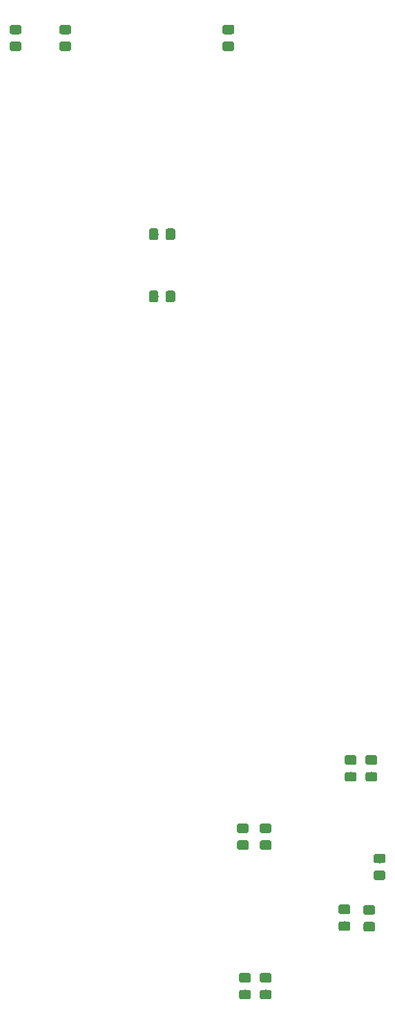
<source format=gbr>
G04 #@! TF.GenerationSoftware,KiCad,Pcbnew,(5.0.0)*
G04 #@! TF.CreationDate,2018-10-20T19:08:45+01:00*
G04 #@! TF.ProjectId,AD9833FunctionGenerator,41443938333346756E6374696F6E4765,rev?*
G04 #@! TF.SameCoordinates,Original*
G04 #@! TF.FileFunction,Paste,Bot*
G04 #@! TF.FilePolarity,Positive*
%FSLAX46Y46*%
G04 Gerber Fmt 4.6, Leading zero omitted, Abs format (unit mm)*
G04 Created by KiCad (PCBNEW (5.0.0)) date 10/20/18 19:08:45*
%MOMM*%
%LPD*%
G01*
G04 APERTURE LIST*
%ADD10C,0.100000*%
%ADD11C,1.150000*%
G04 APERTURE END LIST*
D10*
G04 #@! TO.C,R_RANGE1*
G36*
X84802505Y-96281902D02*
X84826773Y-96285502D01*
X84850572Y-96291463D01*
X84873671Y-96299728D01*
X84895850Y-96310218D01*
X84916893Y-96322830D01*
X84936599Y-96337445D01*
X84954777Y-96353921D01*
X84971253Y-96372099D01*
X84985868Y-96391805D01*
X84998480Y-96412848D01*
X85008970Y-96435027D01*
X85017235Y-96458126D01*
X85023196Y-96481925D01*
X85026796Y-96506193D01*
X85028000Y-96530697D01*
X85028000Y-97180699D01*
X85026796Y-97205203D01*
X85023196Y-97229471D01*
X85017235Y-97253270D01*
X85008970Y-97276369D01*
X84998480Y-97298548D01*
X84985868Y-97319591D01*
X84971253Y-97339297D01*
X84954777Y-97357475D01*
X84936599Y-97373951D01*
X84916893Y-97388566D01*
X84895850Y-97401178D01*
X84873671Y-97411668D01*
X84850572Y-97419933D01*
X84826773Y-97425894D01*
X84802505Y-97429494D01*
X84778001Y-97430698D01*
X83877999Y-97430698D01*
X83853495Y-97429494D01*
X83829227Y-97425894D01*
X83805428Y-97419933D01*
X83782329Y-97411668D01*
X83760150Y-97401178D01*
X83739107Y-97388566D01*
X83719401Y-97373951D01*
X83701223Y-97357475D01*
X83684747Y-97339297D01*
X83670132Y-97319591D01*
X83657520Y-97298548D01*
X83647030Y-97276369D01*
X83638765Y-97253270D01*
X83632804Y-97229471D01*
X83629204Y-97205203D01*
X83628000Y-97180699D01*
X83628000Y-96530697D01*
X83629204Y-96506193D01*
X83632804Y-96481925D01*
X83638765Y-96458126D01*
X83647030Y-96435027D01*
X83657520Y-96412848D01*
X83670132Y-96391805D01*
X83684747Y-96372099D01*
X83701223Y-96353921D01*
X83719401Y-96337445D01*
X83739107Y-96322830D01*
X83760150Y-96310218D01*
X83782329Y-96299728D01*
X83805428Y-96291463D01*
X83829227Y-96285502D01*
X83853495Y-96281902D01*
X83877999Y-96280698D01*
X84778001Y-96280698D01*
X84802505Y-96281902D01*
X84802505Y-96281902D01*
G37*
D11*
X84328000Y-96855698D03*
D10*
G36*
X84802505Y-98331902D02*
X84826773Y-98335502D01*
X84850572Y-98341463D01*
X84873671Y-98349728D01*
X84895850Y-98360218D01*
X84916893Y-98372830D01*
X84936599Y-98387445D01*
X84954777Y-98403921D01*
X84971253Y-98422099D01*
X84985868Y-98441805D01*
X84998480Y-98462848D01*
X85008970Y-98485027D01*
X85017235Y-98508126D01*
X85023196Y-98531925D01*
X85026796Y-98556193D01*
X85028000Y-98580697D01*
X85028000Y-99230699D01*
X85026796Y-99255203D01*
X85023196Y-99279471D01*
X85017235Y-99303270D01*
X85008970Y-99326369D01*
X84998480Y-99348548D01*
X84985868Y-99369591D01*
X84971253Y-99389297D01*
X84954777Y-99407475D01*
X84936599Y-99423951D01*
X84916893Y-99438566D01*
X84895850Y-99451178D01*
X84873671Y-99461668D01*
X84850572Y-99469933D01*
X84826773Y-99475894D01*
X84802505Y-99479494D01*
X84778001Y-99480698D01*
X83877999Y-99480698D01*
X83853495Y-99479494D01*
X83829227Y-99475894D01*
X83805428Y-99469933D01*
X83782329Y-99461668D01*
X83760150Y-99451178D01*
X83739107Y-99438566D01*
X83719401Y-99423951D01*
X83701223Y-99407475D01*
X83684747Y-99389297D01*
X83670132Y-99369591D01*
X83657520Y-99348548D01*
X83647030Y-99326369D01*
X83638765Y-99303270D01*
X83632804Y-99279471D01*
X83629204Y-99255203D01*
X83628000Y-99230699D01*
X83628000Y-98580697D01*
X83629204Y-98556193D01*
X83632804Y-98531925D01*
X83638765Y-98508126D01*
X83647030Y-98485027D01*
X83657520Y-98462848D01*
X83670132Y-98441805D01*
X83684747Y-98422099D01*
X83701223Y-98403921D01*
X83719401Y-98387445D01*
X83739107Y-98372830D01*
X83760150Y-98360218D01*
X83782329Y-98349728D01*
X83805428Y-98341463D01*
X83829227Y-98335502D01*
X83853495Y-98331902D01*
X83877999Y-98330698D01*
X84778001Y-98330698D01*
X84802505Y-98331902D01*
X84802505Y-98331902D01*
G37*
D11*
X84328000Y-98905698D03*
G04 #@! TD*
D10*
G04 #@! TO.C,C_BUFFBP1*
G36*
X86580505Y-194095681D02*
X86604773Y-194099281D01*
X86628572Y-194105242D01*
X86651671Y-194113507D01*
X86673850Y-194123997D01*
X86694893Y-194136609D01*
X86714599Y-194151224D01*
X86732777Y-194167700D01*
X86749253Y-194185878D01*
X86763868Y-194205584D01*
X86776480Y-194226627D01*
X86786970Y-194248806D01*
X86795235Y-194271905D01*
X86801196Y-194295704D01*
X86804796Y-194319972D01*
X86806000Y-194344476D01*
X86806000Y-194994478D01*
X86804796Y-195018982D01*
X86801196Y-195043250D01*
X86795235Y-195067049D01*
X86786970Y-195090148D01*
X86776480Y-195112327D01*
X86763868Y-195133370D01*
X86749253Y-195153076D01*
X86732777Y-195171254D01*
X86714599Y-195187730D01*
X86694893Y-195202345D01*
X86673850Y-195214957D01*
X86651671Y-195225447D01*
X86628572Y-195233712D01*
X86604773Y-195239673D01*
X86580505Y-195243273D01*
X86556001Y-195244477D01*
X85655999Y-195244477D01*
X85631495Y-195243273D01*
X85607227Y-195239673D01*
X85583428Y-195233712D01*
X85560329Y-195225447D01*
X85538150Y-195214957D01*
X85517107Y-195202345D01*
X85497401Y-195187730D01*
X85479223Y-195171254D01*
X85462747Y-195153076D01*
X85448132Y-195133370D01*
X85435520Y-195112327D01*
X85425030Y-195090148D01*
X85416765Y-195067049D01*
X85410804Y-195043250D01*
X85407204Y-195018982D01*
X85406000Y-194994478D01*
X85406000Y-194344476D01*
X85407204Y-194319972D01*
X85410804Y-194295704D01*
X85416765Y-194271905D01*
X85425030Y-194248806D01*
X85435520Y-194226627D01*
X85448132Y-194205584D01*
X85462747Y-194185878D01*
X85479223Y-194167700D01*
X85497401Y-194151224D01*
X85517107Y-194136609D01*
X85538150Y-194123997D01*
X85560329Y-194113507D01*
X85583428Y-194105242D01*
X85607227Y-194099281D01*
X85631495Y-194095681D01*
X85655999Y-194094477D01*
X86556001Y-194094477D01*
X86580505Y-194095681D01*
X86580505Y-194095681D01*
G37*
D11*
X86106000Y-194669477D03*
D10*
G36*
X86580505Y-196145681D02*
X86604773Y-196149281D01*
X86628572Y-196155242D01*
X86651671Y-196163507D01*
X86673850Y-196173997D01*
X86694893Y-196186609D01*
X86714599Y-196201224D01*
X86732777Y-196217700D01*
X86749253Y-196235878D01*
X86763868Y-196255584D01*
X86776480Y-196276627D01*
X86786970Y-196298806D01*
X86795235Y-196321905D01*
X86801196Y-196345704D01*
X86804796Y-196369972D01*
X86806000Y-196394476D01*
X86806000Y-197044478D01*
X86804796Y-197068982D01*
X86801196Y-197093250D01*
X86795235Y-197117049D01*
X86786970Y-197140148D01*
X86776480Y-197162327D01*
X86763868Y-197183370D01*
X86749253Y-197203076D01*
X86732777Y-197221254D01*
X86714599Y-197237730D01*
X86694893Y-197252345D01*
X86673850Y-197264957D01*
X86651671Y-197275447D01*
X86628572Y-197283712D01*
X86604773Y-197289673D01*
X86580505Y-197293273D01*
X86556001Y-197294477D01*
X85655999Y-197294477D01*
X85631495Y-197293273D01*
X85607227Y-197289673D01*
X85583428Y-197283712D01*
X85560329Y-197275447D01*
X85538150Y-197264957D01*
X85517107Y-197252345D01*
X85497401Y-197237730D01*
X85479223Y-197221254D01*
X85462747Y-197203076D01*
X85448132Y-197183370D01*
X85435520Y-197162327D01*
X85425030Y-197140148D01*
X85416765Y-197117049D01*
X85410804Y-197093250D01*
X85407204Y-197068982D01*
X85406000Y-197044478D01*
X85406000Y-196394476D01*
X85407204Y-196369972D01*
X85410804Y-196345704D01*
X85416765Y-196321905D01*
X85425030Y-196298806D01*
X85435520Y-196276627D01*
X85448132Y-196255584D01*
X85462747Y-196235878D01*
X85479223Y-196217700D01*
X85497401Y-196201224D01*
X85517107Y-196186609D01*
X85538150Y-196173997D01*
X85560329Y-196163507D01*
X85583428Y-196155242D01*
X85607227Y-196149281D01*
X85631495Y-196145681D01*
X85655999Y-196144477D01*
X86556001Y-196144477D01*
X86580505Y-196145681D01*
X86580505Y-196145681D01*
G37*
D11*
X86106000Y-196719477D03*
G04 #@! TD*
D10*
G04 #@! TO.C,R_MODE1*
G36*
X64810186Y-98331902D02*
X64834454Y-98335502D01*
X64858253Y-98341463D01*
X64881352Y-98349728D01*
X64903531Y-98360218D01*
X64924574Y-98372830D01*
X64944280Y-98387445D01*
X64962458Y-98403921D01*
X64978934Y-98422099D01*
X64993549Y-98441805D01*
X65006161Y-98462848D01*
X65016651Y-98485027D01*
X65024916Y-98508126D01*
X65030877Y-98531925D01*
X65034477Y-98556193D01*
X65035681Y-98580697D01*
X65035681Y-99230699D01*
X65034477Y-99255203D01*
X65030877Y-99279471D01*
X65024916Y-99303270D01*
X65016651Y-99326369D01*
X65006161Y-99348548D01*
X64993549Y-99369591D01*
X64978934Y-99389297D01*
X64962458Y-99407475D01*
X64944280Y-99423951D01*
X64924574Y-99438566D01*
X64903531Y-99451178D01*
X64881352Y-99461668D01*
X64858253Y-99469933D01*
X64834454Y-99475894D01*
X64810186Y-99479494D01*
X64785682Y-99480698D01*
X63885680Y-99480698D01*
X63861176Y-99479494D01*
X63836908Y-99475894D01*
X63813109Y-99469933D01*
X63790010Y-99461668D01*
X63767831Y-99451178D01*
X63746788Y-99438566D01*
X63727082Y-99423951D01*
X63708904Y-99407475D01*
X63692428Y-99389297D01*
X63677813Y-99369591D01*
X63665201Y-99348548D01*
X63654711Y-99326369D01*
X63646446Y-99303270D01*
X63640485Y-99279471D01*
X63636885Y-99255203D01*
X63635681Y-99230699D01*
X63635681Y-98580697D01*
X63636885Y-98556193D01*
X63640485Y-98531925D01*
X63646446Y-98508126D01*
X63654711Y-98485027D01*
X63665201Y-98462848D01*
X63677813Y-98441805D01*
X63692428Y-98422099D01*
X63708904Y-98403921D01*
X63727082Y-98387445D01*
X63746788Y-98372830D01*
X63767831Y-98360218D01*
X63790010Y-98349728D01*
X63813109Y-98341463D01*
X63836908Y-98335502D01*
X63861176Y-98331902D01*
X63885680Y-98330698D01*
X64785682Y-98330698D01*
X64810186Y-98331902D01*
X64810186Y-98331902D01*
G37*
D11*
X64335681Y-98905698D03*
D10*
G36*
X64810186Y-96281902D02*
X64834454Y-96285502D01*
X64858253Y-96291463D01*
X64881352Y-96299728D01*
X64903531Y-96310218D01*
X64924574Y-96322830D01*
X64944280Y-96337445D01*
X64962458Y-96353921D01*
X64978934Y-96372099D01*
X64993549Y-96391805D01*
X65006161Y-96412848D01*
X65016651Y-96435027D01*
X65024916Y-96458126D01*
X65030877Y-96481925D01*
X65034477Y-96506193D01*
X65035681Y-96530697D01*
X65035681Y-97180699D01*
X65034477Y-97205203D01*
X65030877Y-97229471D01*
X65024916Y-97253270D01*
X65016651Y-97276369D01*
X65006161Y-97298548D01*
X64993549Y-97319591D01*
X64978934Y-97339297D01*
X64962458Y-97357475D01*
X64944280Y-97373951D01*
X64924574Y-97388566D01*
X64903531Y-97401178D01*
X64881352Y-97411668D01*
X64858253Y-97419933D01*
X64834454Y-97425894D01*
X64810186Y-97429494D01*
X64785682Y-97430698D01*
X63885680Y-97430698D01*
X63861176Y-97429494D01*
X63836908Y-97425894D01*
X63813109Y-97419933D01*
X63790010Y-97411668D01*
X63767831Y-97401178D01*
X63746788Y-97388566D01*
X63727082Y-97373951D01*
X63708904Y-97357475D01*
X63692428Y-97339297D01*
X63677813Y-97319591D01*
X63665201Y-97298548D01*
X63654711Y-97276369D01*
X63646446Y-97253270D01*
X63640485Y-97229471D01*
X63636885Y-97205203D01*
X63635681Y-97180699D01*
X63635681Y-96530697D01*
X63636885Y-96506193D01*
X63640485Y-96481925D01*
X63646446Y-96458126D01*
X63654711Y-96435027D01*
X63665201Y-96412848D01*
X63677813Y-96391805D01*
X63692428Y-96372099D01*
X63708904Y-96353921D01*
X63727082Y-96337445D01*
X63746788Y-96322830D01*
X63767831Y-96310218D01*
X63790010Y-96299728D01*
X63813109Y-96291463D01*
X63836908Y-96285502D01*
X63861176Y-96281902D01*
X63885680Y-96280698D01*
X64785682Y-96280698D01*
X64810186Y-96281902D01*
X64810186Y-96281902D01*
G37*
D11*
X64335681Y-96855698D03*
G04 #@! TD*
D10*
G04 #@! TO.C,C_POTBP1*
G36*
X103344505Y-199841204D02*
X103368773Y-199844804D01*
X103392572Y-199850765D01*
X103415671Y-199859030D01*
X103437850Y-199869520D01*
X103458893Y-199882132D01*
X103478599Y-199896747D01*
X103496777Y-199913223D01*
X103513253Y-199931401D01*
X103527868Y-199951107D01*
X103540480Y-199972150D01*
X103550970Y-199994329D01*
X103559235Y-200017428D01*
X103565196Y-200041227D01*
X103568796Y-200065495D01*
X103570000Y-200089999D01*
X103570000Y-200740001D01*
X103568796Y-200764505D01*
X103565196Y-200788773D01*
X103559235Y-200812572D01*
X103550970Y-200835671D01*
X103540480Y-200857850D01*
X103527868Y-200878893D01*
X103513253Y-200898599D01*
X103496777Y-200916777D01*
X103478599Y-200933253D01*
X103458893Y-200947868D01*
X103437850Y-200960480D01*
X103415671Y-200970970D01*
X103392572Y-200979235D01*
X103368773Y-200985196D01*
X103344505Y-200988796D01*
X103320001Y-200990000D01*
X102419999Y-200990000D01*
X102395495Y-200988796D01*
X102371227Y-200985196D01*
X102347428Y-200979235D01*
X102324329Y-200970970D01*
X102302150Y-200960480D01*
X102281107Y-200947868D01*
X102261401Y-200933253D01*
X102243223Y-200916777D01*
X102226747Y-200898599D01*
X102212132Y-200878893D01*
X102199520Y-200857850D01*
X102189030Y-200835671D01*
X102180765Y-200812572D01*
X102174804Y-200788773D01*
X102171204Y-200764505D01*
X102170000Y-200740001D01*
X102170000Y-200089999D01*
X102171204Y-200065495D01*
X102174804Y-200041227D01*
X102180765Y-200017428D01*
X102189030Y-199994329D01*
X102199520Y-199972150D01*
X102212132Y-199951107D01*
X102226747Y-199931401D01*
X102243223Y-199913223D01*
X102261401Y-199896747D01*
X102281107Y-199882132D01*
X102302150Y-199869520D01*
X102324329Y-199859030D01*
X102347428Y-199850765D01*
X102371227Y-199844804D01*
X102395495Y-199841204D01*
X102419999Y-199840000D01*
X103320001Y-199840000D01*
X103344505Y-199841204D01*
X103344505Y-199841204D01*
G37*
D11*
X102870000Y-200415000D03*
D10*
G36*
X103344505Y-197791204D02*
X103368773Y-197794804D01*
X103392572Y-197800765D01*
X103415671Y-197809030D01*
X103437850Y-197819520D01*
X103458893Y-197832132D01*
X103478599Y-197846747D01*
X103496777Y-197863223D01*
X103513253Y-197881401D01*
X103527868Y-197901107D01*
X103540480Y-197922150D01*
X103550970Y-197944329D01*
X103559235Y-197967428D01*
X103565196Y-197991227D01*
X103568796Y-198015495D01*
X103570000Y-198039999D01*
X103570000Y-198690001D01*
X103568796Y-198714505D01*
X103565196Y-198738773D01*
X103559235Y-198762572D01*
X103550970Y-198785671D01*
X103540480Y-198807850D01*
X103527868Y-198828893D01*
X103513253Y-198848599D01*
X103496777Y-198866777D01*
X103478599Y-198883253D01*
X103458893Y-198897868D01*
X103437850Y-198910480D01*
X103415671Y-198920970D01*
X103392572Y-198929235D01*
X103368773Y-198935196D01*
X103344505Y-198938796D01*
X103320001Y-198940000D01*
X102419999Y-198940000D01*
X102395495Y-198938796D01*
X102371227Y-198935196D01*
X102347428Y-198929235D01*
X102324329Y-198920970D01*
X102302150Y-198910480D01*
X102281107Y-198897868D01*
X102261401Y-198883253D01*
X102243223Y-198866777D01*
X102226747Y-198848599D01*
X102212132Y-198828893D01*
X102199520Y-198807850D01*
X102189030Y-198785671D01*
X102180765Y-198762572D01*
X102174804Y-198738773D01*
X102171204Y-198714505D01*
X102170000Y-198690001D01*
X102170000Y-198039999D01*
X102171204Y-198015495D01*
X102174804Y-197991227D01*
X102180765Y-197967428D01*
X102189030Y-197944329D01*
X102199520Y-197922150D01*
X102212132Y-197901107D01*
X102226747Y-197881401D01*
X102243223Y-197863223D01*
X102261401Y-197846747D01*
X102281107Y-197832132D01*
X102302150Y-197819520D01*
X102324329Y-197809030D01*
X102347428Y-197800765D01*
X102371227Y-197794804D01*
X102395495Y-197791204D01*
X102419999Y-197790000D01*
X103320001Y-197790000D01*
X103344505Y-197791204D01*
X103344505Y-197791204D01*
G37*
D11*
X102870000Y-198365000D03*
G04 #@! TD*
D10*
G04 #@! TO.C,C_BUFFBP2*
G36*
X89374505Y-196145681D02*
X89398773Y-196149281D01*
X89422572Y-196155242D01*
X89445671Y-196163507D01*
X89467850Y-196173997D01*
X89488893Y-196186609D01*
X89508599Y-196201224D01*
X89526777Y-196217700D01*
X89543253Y-196235878D01*
X89557868Y-196255584D01*
X89570480Y-196276627D01*
X89580970Y-196298806D01*
X89589235Y-196321905D01*
X89595196Y-196345704D01*
X89598796Y-196369972D01*
X89600000Y-196394476D01*
X89600000Y-197044478D01*
X89598796Y-197068982D01*
X89595196Y-197093250D01*
X89589235Y-197117049D01*
X89580970Y-197140148D01*
X89570480Y-197162327D01*
X89557868Y-197183370D01*
X89543253Y-197203076D01*
X89526777Y-197221254D01*
X89508599Y-197237730D01*
X89488893Y-197252345D01*
X89467850Y-197264957D01*
X89445671Y-197275447D01*
X89422572Y-197283712D01*
X89398773Y-197289673D01*
X89374505Y-197293273D01*
X89350001Y-197294477D01*
X88449999Y-197294477D01*
X88425495Y-197293273D01*
X88401227Y-197289673D01*
X88377428Y-197283712D01*
X88354329Y-197275447D01*
X88332150Y-197264957D01*
X88311107Y-197252345D01*
X88291401Y-197237730D01*
X88273223Y-197221254D01*
X88256747Y-197203076D01*
X88242132Y-197183370D01*
X88229520Y-197162327D01*
X88219030Y-197140148D01*
X88210765Y-197117049D01*
X88204804Y-197093250D01*
X88201204Y-197068982D01*
X88200000Y-197044478D01*
X88200000Y-196394476D01*
X88201204Y-196369972D01*
X88204804Y-196345704D01*
X88210765Y-196321905D01*
X88219030Y-196298806D01*
X88229520Y-196276627D01*
X88242132Y-196255584D01*
X88256747Y-196235878D01*
X88273223Y-196217700D01*
X88291401Y-196201224D01*
X88311107Y-196186609D01*
X88332150Y-196173997D01*
X88354329Y-196163507D01*
X88377428Y-196155242D01*
X88401227Y-196149281D01*
X88425495Y-196145681D01*
X88449999Y-196144477D01*
X89350001Y-196144477D01*
X89374505Y-196145681D01*
X89374505Y-196145681D01*
G37*
D11*
X88900000Y-196719477D03*
D10*
G36*
X89374505Y-194095681D02*
X89398773Y-194099281D01*
X89422572Y-194105242D01*
X89445671Y-194113507D01*
X89467850Y-194123997D01*
X89488893Y-194136609D01*
X89508599Y-194151224D01*
X89526777Y-194167700D01*
X89543253Y-194185878D01*
X89557868Y-194205584D01*
X89570480Y-194226627D01*
X89580970Y-194248806D01*
X89589235Y-194271905D01*
X89595196Y-194295704D01*
X89598796Y-194319972D01*
X89600000Y-194344476D01*
X89600000Y-194994478D01*
X89598796Y-195018982D01*
X89595196Y-195043250D01*
X89589235Y-195067049D01*
X89580970Y-195090148D01*
X89570480Y-195112327D01*
X89557868Y-195133370D01*
X89543253Y-195153076D01*
X89526777Y-195171254D01*
X89508599Y-195187730D01*
X89488893Y-195202345D01*
X89467850Y-195214957D01*
X89445671Y-195225447D01*
X89422572Y-195233712D01*
X89398773Y-195239673D01*
X89374505Y-195243273D01*
X89350001Y-195244477D01*
X88449999Y-195244477D01*
X88425495Y-195243273D01*
X88401227Y-195239673D01*
X88377428Y-195233712D01*
X88354329Y-195225447D01*
X88332150Y-195214957D01*
X88311107Y-195202345D01*
X88291401Y-195187730D01*
X88273223Y-195171254D01*
X88256747Y-195153076D01*
X88242132Y-195133370D01*
X88229520Y-195112327D01*
X88219030Y-195090148D01*
X88210765Y-195067049D01*
X88204804Y-195043250D01*
X88201204Y-195018982D01*
X88200000Y-194994478D01*
X88200000Y-194344476D01*
X88201204Y-194319972D01*
X88204804Y-194295704D01*
X88210765Y-194271905D01*
X88219030Y-194248806D01*
X88229520Y-194226627D01*
X88242132Y-194205584D01*
X88256747Y-194185878D01*
X88273223Y-194167700D01*
X88291401Y-194151224D01*
X88311107Y-194136609D01*
X88332150Y-194123997D01*
X88354329Y-194113507D01*
X88377428Y-194105242D01*
X88401227Y-194099281D01*
X88425495Y-194095681D01*
X88449999Y-194094477D01*
X89350001Y-194094477D01*
X89374505Y-194095681D01*
X89374505Y-194095681D01*
G37*
D11*
X88900000Y-194669477D03*
G04 #@! TD*
D10*
G04 #@! TO.C,C_BUFFBP3*
G36*
X99788505Y-187776204D02*
X99812773Y-187779804D01*
X99836572Y-187785765D01*
X99859671Y-187794030D01*
X99881850Y-187804520D01*
X99902893Y-187817132D01*
X99922599Y-187831747D01*
X99940777Y-187848223D01*
X99957253Y-187866401D01*
X99971868Y-187886107D01*
X99984480Y-187907150D01*
X99994970Y-187929329D01*
X100003235Y-187952428D01*
X100009196Y-187976227D01*
X100012796Y-188000495D01*
X100014000Y-188024999D01*
X100014000Y-188675001D01*
X100012796Y-188699505D01*
X100009196Y-188723773D01*
X100003235Y-188747572D01*
X99994970Y-188770671D01*
X99984480Y-188792850D01*
X99971868Y-188813893D01*
X99957253Y-188833599D01*
X99940777Y-188851777D01*
X99922599Y-188868253D01*
X99902893Y-188882868D01*
X99881850Y-188895480D01*
X99859671Y-188905970D01*
X99836572Y-188914235D01*
X99812773Y-188920196D01*
X99788505Y-188923796D01*
X99764001Y-188925000D01*
X98863999Y-188925000D01*
X98839495Y-188923796D01*
X98815227Y-188920196D01*
X98791428Y-188914235D01*
X98768329Y-188905970D01*
X98746150Y-188895480D01*
X98725107Y-188882868D01*
X98705401Y-188868253D01*
X98687223Y-188851777D01*
X98670747Y-188833599D01*
X98656132Y-188813893D01*
X98643520Y-188792850D01*
X98633030Y-188770671D01*
X98624765Y-188747572D01*
X98618804Y-188723773D01*
X98615204Y-188699505D01*
X98614000Y-188675001D01*
X98614000Y-188024999D01*
X98615204Y-188000495D01*
X98618804Y-187976227D01*
X98624765Y-187952428D01*
X98633030Y-187929329D01*
X98643520Y-187907150D01*
X98656132Y-187886107D01*
X98670747Y-187866401D01*
X98687223Y-187848223D01*
X98705401Y-187831747D01*
X98725107Y-187817132D01*
X98746150Y-187804520D01*
X98768329Y-187794030D01*
X98791428Y-187785765D01*
X98815227Y-187779804D01*
X98839495Y-187776204D01*
X98863999Y-187775000D01*
X99764001Y-187775000D01*
X99788505Y-187776204D01*
X99788505Y-187776204D01*
G37*
D11*
X99314000Y-188350000D03*
D10*
G36*
X99788505Y-185726204D02*
X99812773Y-185729804D01*
X99836572Y-185735765D01*
X99859671Y-185744030D01*
X99881850Y-185754520D01*
X99902893Y-185767132D01*
X99922599Y-185781747D01*
X99940777Y-185798223D01*
X99957253Y-185816401D01*
X99971868Y-185836107D01*
X99984480Y-185857150D01*
X99994970Y-185879329D01*
X100003235Y-185902428D01*
X100009196Y-185926227D01*
X100012796Y-185950495D01*
X100014000Y-185974999D01*
X100014000Y-186625001D01*
X100012796Y-186649505D01*
X100009196Y-186673773D01*
X100003235Y-186697572D01*
X99994970Y-186720671D01*
X99984480Y-186742850D01*
X99971868Y-186763893D01*
X99957253Y-186783599D01*
X99940777Y-186801777D01*
X99922599Y-186818253D01*
X99902893Y-186832868D01*
X99881850Y-186845480D01*
X99859671Y-186855970D01*
X99836572Y-186864235D01*
X99812773Y-186870196D01*
X99788505Y-186873796D01*
X99764001Y-186875000D01*
X98863999Y-186875000D01*
X98839495Y-186873796D01*
X98815227Y-186870196D01*
X98791428Y-186864235D01*
X98768329Y-186855970D01*
X98746150Y-186845480D01*
X98725107Y-186832868D01*
X98705401Y-186818253D01*
X98687223Y-186801777D01*
X98670747Y-186783599D01*
X98656132Y-186763893D01*
X98643520Y-186742850D01*
X98633030Y-186720671D01*
X98624765Y-186697572D01*
X98618804Y-186673773D01*
X98615204Y-186649505D01*
X98614000Y-186625001D01*
X98614000Y-185974999D01*
X98615204Y-185950495D01*
X98618804Y-185926227D01*
X98624765Y-185902428D01*
X98633030Y-185879329D01*
X98643520Y-185857150D01*
X98656132Y-185836107D01*
X98670747Y-185816401D01*
X98687223Y-185798223D01*
X98705401Y-185781747D01*
X98725107Y-185767132D01*
X98746150Y-185754520D01*
X98768329Y-185744030D01*
X98791428Y-185735765D01*
X98815227Y-185729804D01*
X98839495Y-185726204D01*
X98863999Y-185725000D01*
X99764001Y-185725000D01*
X99788505Y-185726204D01*
X99788505Y-185726204D01*
G37*
D11*
X99314000Y-186300000D03*
G04 #@! TD*
D10*
G04 #@! TO.C,C_BUFFBP4*
G36*
X102328505Y-185726204D02*
X102352773Y-185729804D01*
X102376572Y-185735765D01*
X102399671Y-185744030D01*
X102421850Y-185754520D01*
X102442893Y-185767132D01*
X102462599Y-185781747D01*
X102480777Y-185798223D01*
X102497253Y-185816401D01*
X102511868Y-185836107D01*
X102524480Y-185857150D01*
X102534970Y-185879329D01*
X102543235Y-185902428D01*
X102549196Y-185926227D01*
X102552796Y-185950495D01*
X102554000Y-185974999D01*
X102554000Y-186625001D01*
X102552796Y-186649505D01*
X102549196Y-186673773D01*
X102543235Y-186697572D01*
X102534970Y-186720671D01*
X102524480Y-186742850D01*
X102511868Y-186763893D01*
X102497253Y-186783599D01*
X102480777Y-186801777D01*
X102462599Y-186818253D01*
X102442893Y-186832868D01*
X102421850Y-186845480D01*
X102399671Y-186855970D01*
X102376572Y-186864235D01*
X102352773Y-186870196D01*
X102328505Y-186873796D01*
X102304001Y-186875000D01*
X101403999Y-186875000D01*
X101379495Y-186873796D01*
X101355227Y-186870196D01*
X101331428Y-186864235D01*
X101308329Y-186855970D01*
X101286150Y-186845480D01*
X101265107Y-186832868D01*
X101245401Y-186818253D01*
X101227223Y-186801777D01*
X101210747Y-186783599D01*
X101196132Y-186763893D01*
X101183520Y-186742850D01*
X101173030Y-186720671D01*
X101164765Y-186697572D01*
X101158804Y-186673773D01*
X101155204Y-186649505D01*
X101154000Y-186625001D01*
X101154000Y-185974999D01*
X101155204Y-185950495D01*
X101158804Y-185926227D01*
X101164765Y-185902428D01*
X101173030Y-185879329D01*
X101183520Y-185857150D01*
X101196132Y-185836107D01*
X101210747Y-185816401D01*
X101227223Y-185798223D01*
X101245401Y-185781747D01*
X101265107Y-185767132D01*
X101286150Y-185754520D01*
X101308329Y-185744030D01*
X101331428Y-185735765D01*
X101355227Y-185729804D01*
X101379495Y-185726204D01*
X101403999Y-185725000D01*
X102304001Y-185725000D01*
X102328505Y-185726204D01*
X102328505Y-185726204D01*
G37*
D11*
X101854000Y-186300000D03*
D10*
G36*
X102328505Y-187776204D02*
X102352773Y-187779804D01*
X102376572Y-187785765D01*
X102399671Y-187794030D01*
X102421850Y-187804520D01*
X102442893Y-187817132D01*
X102462599Y-187831747D01*
X102480777Y-187848223D01*
X102497253Y-187866401D01*
X102511868Y-187886107D01*
X102524480Y-187907150D01*
X102534970Y-187929329D01*
X102543235Y-187952428D01*
X102549196Y-187976227D01*
X102552796Y-188000495D01*
X102554000Y-188024999D01*
X102554000Y-188675001D01*
X102552796Y-188699505D01*
X102549196Y-188723773D01*
X102543235Y-188747572D01*
X102534970Y-188770671D01*
X102524480Y-188792850D01*
X102511868Y-188813893D01*
X102497253Y-188833599D01*
X102480777Y-188851777D01*
X102462599Y-188868253D01*
X102442893Y-188882868D01*
X102421850Y-188895480D01*
X102399671Y-188905970D01*
X102376572Y-188914235D01*
X102352773Y-188920196D01*
X102328505Y-188923796D01*
X102304001Y-188925000D01*
X101403999Y-188925000D01*
X101379495Y-188923796D01*
X101355227Y-188920196D01*
X101331428Y-188914235D01*
X101308329Y-188905970D01*
X101286150Y-188895480D01*
X101265107Y-188882868D01*
X101245401Y-188868253D01*
X101227223Y-188851777D01*
X101210747Y-188833599D01*
X101196132Y-188813893D01*
X101183520Y-188792850D01*
X101173030Y-188770671D01*
X101164765Y-188747572D01*
X101158804Y-188723773D01*
X101155204Y-188699505D01*
X101154000Y-188675001D01*
X101154000Y-188024999D01*
X101155204Y-188000495D01*
X101158804Y-187976227D01*
X101164765Y-187952428D01*
X101173030Y-187929329D01*
X101183520Y-187907150D01*
X101196132Y-187886107D01*
X101210747Y-187866401D01*
X101227223Y-187848223D01*
X101245401Y-187831747D01*
X101265107Y-187817132D01*
X101286150Y-187804520D01*
X101308329Y-187794030D01*
X101331428Y-187785765D01*
X101355227Y-187779804D01*
X101379495Y-187776204D01*
X101403999Y-187775000D01*
X102304001Y-187775000D01*
X102328505Y-187776204D01*
X102328505Y-187776204D01*
G37*
D11*
X101854000Y-188350000D03*
G04 #@! TD*
D10*
G04 #@! TO.C,C_MIXBP1*
G36*
X86834505Y-212396204D02*
X86858773Y-212399804D01*
X86882572Y-212405765D01*
X86905671Y-212414030D01*
X86927850Y-212424520D01*
X86948893Y-212437132D01*
X86968599Y-212451747D01*
X86986777Y-212468223D01*
X87003253Y-212486401D01*
X87017868Y-212506107D01*
X87030480Y-212527150D01*
X87040970Y-212549329D01*
X87049235Y-212572428D01*
X87055196Y-212596227D01*
X87058796Y-212620495D01*
X87060000Y-212644999D01*
X87060000Y-213295001D01*
X87058796Y-213319505D01*
X87055196Y-213343773D01*
X87049235Y-213367572D01*
X87040970Y-213390671D01*
X87030480Y-213412850D01*
X87017868Y-213433893D01*
X87003253Y-213453599D01*
X86986777Y-213471777D01*
X86968599Y-213488253D01*
X86948893Y-213502868D01*
X86927850Y-213515480D01*
X86905671Y-213525970D01*
X86882572Y-213534235D01*
X86858773Y-213540196D01*
X86834505Y-213543796D01*
X86810001Y-213545000D01*
X85909999Y-213545000D01*
X85885495Y-213543796D01*
X85861227Y-213540196D01*
X85837428Y-213534235D01*
X85814329Y-213525970D01*
X85792150Y-213515480D01*
X85771107Y-213502868D01*
X85751401Y-213488253D01*
X85733223Y-213471777D01*
X85716747Y-213453599D01*
X85702132Y-213433893D01*
X85689520Y-213412850D01*
X85679030Y-213390671D01*
X85670765Y-213367572D01*
X85664804Y-213343773D01*
X85661204Y-213319505D01*
X85660000Y-213295001D01*
X85660000Y-212644999D01*
X85661204Y-212620495D01*
X85664804Y-212596227D01*
X85670765Y-212572428D01*
X85679030Y-212549329D01*
X85689520Y-212527150D01*
X85702132Y-212506107D01*
X85716747Y-212486401D01*
X85733223Y-212468223D01*
X85751401Y-212451747D01*
X85771107Y-212437132D01*
X85792150Y-212424520D01*
X85814329Y-212414030D01*
X85837428Y-212405765D01*
X85861227Y-212399804D01*
X85885495Y-212396204D01*
X85909999Y-212395000D01*
X86810001Y-212395000D01*
X86834505Y-212396204D01*
X86834505Y-212396204D01*
G37*
D11*
X86360000Y-212970000D03*
D10*
G36*
X86834505Y-214446204D02*
X86858773Y-214449804D01*
X86882572Y-214455765D01*
X86905671Y-214464030D01*
X86927850Y-214474520D01*
X86948893Y-214487132D01*
X86968599Y-214501747D01*
X86986777Y-214518223D01*
X87003253Y-214536401D01*
X87017868Y-214556107D01*
X87030480Y-214577150D01*
X87040970Y-214599329D01*
X87049235Y-214622428D01*
X87055196Y-214646227D01*
X87058796Y-214670495D01*
X87060000Y-214694999D01*
X87060000Y-215345001D01*
X87058796Y-215369505D01*
X87055196Y-215393773D01*
X87049235Y-215417572D01*
X87040970Y-215440671D01*
X87030480Y-215462850D01*
X87017868Y-215483893D01*
X87003253Y-215503599D01*
X86986777Y-215521777D01*
X86968599Y-215538253D01*
X86948893Y-215552868D01*
X86927850Y-215565480D01*
X86905671Y-215575970D01*
X86882572Y-215584235D01*
X86858773Y-215590196D01*
X86834505Y-215593796D01*
X86810001Y-215595000D01*
X85909999Y-215595000D01*
X85885495Y-215593796D01*
X85861227Y-215590196D01*
X85837428Y-215584235D01*
X85814329Y-215575970D01*
X85792150Y-215565480D01*
X85771107Y-215552868D01*
X85751401Y-215538253D01*
X85733223Y-215521777D01*
X85716747Y-215503599D01*
X85702132Y-215483893D01*
X85689520Y-215462850D01*
X85679030Y-215440671D01*
X85670765Y-215417572D01*
X85664804Y-215393773D01*
X85661204Y-215369505D01*
X85660000Y-215345001D01*
X85660000Y-214694999D01*
X85661204Y-214670495D01*
X85664804Y-214646227D01*
X85670765Y-214622428D01*
X85679030Y-214599329D01*
X85689520Y-214577150D01*
X85702132Y-214556107D01*
X85716747Y-214536401D01*
X85733223Y-214518223D01*
X85751401Y-214501747D01*
X85771107Y-214487132D01*
X85792150Y-214474520D01*
X85814329Y-214464030D01*
X85837428Y-214455765D01*
X85861227Y-214449804D01*
X85885495Y-214446204D01*
X85909999Y-214445000D01*
X86810001Y-214445000D01*
X86834505Y-214446204D01*
X86834505Y-214446204D01*
G37*
D11*
X86360000Y-215020000D03*
G04 #@! TD*
D10*
G04 #@! TO.C,C_MIXBP2*
G36*
X89374505Y-212396204D02*
X89398773Y-212399804D01*
X89422572Y-212405765D01*
X89445671Y-212414030D01*
X89467850Y-212424520D01*
X89488893Y-212437132D01*
X89508599Y-212451747D01*
X89526777Y-212468223D01*
X89543253Y-212486401D01*
X89557868Y-212506107D01*
X89570480Y-212527150D01*
X89580970Y-212549329D01*
X89589235Y-212572428D01*
X89595196Y-212596227D01*
X89598796Y-212620495D01*
X89600000Y-212644999D01*
X89600000Y-213295001D01*
X89598796Y-213319505D01*
X89595196Y-213343773D01*
X89589235Y-213367572D01*
X89580970Y-213390671D01*
X89570480Y-213412850D01*
X89557868Y-213433893D01*
X89543253Y-213453599D01*
X89526777Y-213471777D01*
X89508599Y-213488253D01*
X89488893Y-213502868D01*
X89467850Y-213515480D01*
X89445671Y-213525970D01*
X89422572Y-213534235D01*
X89398773Y-213540196D01*
X89374505Y-213543796D01*
X89350001Y-213545000D01*
X88449999Y-213545000D01*
X88425495Y-213543796D01*
X88401227Y-213540196D01*
X88377428Y-213534235D01*
X88354329Y-213525970D01*
X88332150Y-213515480D01*
X88311107Y-213502868D01*
X88291401Y-213488253D01*
X88273223Y-213471777D01*
X88256747Y-213453599D01*
X88242132Y-213433893D01*
X88229520Y-213412850D01*
X88219030Y-213390671D01*
X88210765Y-213367572D01*
X88204804Y-213343773D01*
X88201204Y-213319505D01*
X88200000Y-213295001D01*
X88200000Y-212644999D01*
X88201204Y-212620495D01*
X88204804Y-212596227D01*
X88210765Y-212572428D01*
X88219030Y-212549329D01*
X88229520Y-212527150D01*
X88242132Y-212506107D01*
X88256747Y-212486401D01*
X88273223Y-212468223D01*
X88291401Y-212451747D01*
X88311107Y-212437132D01*
X88332150Y-212424520D01*
X88354329Y-212414030D01*
X88377428Y-212405765D01*
X88401227Y-212399804D01*
X88425495Y-212396204D01*
X88449999Y-212395000D01*
X89350001Y-212395000D01*
X89374505Y-212396204D01*
X89374505Y-212396204D01*
G37*
D11*
X88900000Y-212970000D03*
D10*
G36*
X89374505Y-214446204D02*
X89398773Y-214449804D01*
X89422572Y-214455765D01*
X89445671Y-214464030D01*
X89467850Y-214474520D01*
X89488893Y-214487132D01*
X89508599Y-214501747D01*
X89526777Y-214518223D01*
X89543253Y-214536401D01*
X89557868Y-214556107D01*
X89570480Y-214577150D01*
X89580970Y-214599329D01*
X89589235Y-214622428D01*
X89595196Y-214646227D01*
X89598796Y-214670495D01*
X89600000Y-214694999D01*
X89600000Y-215345001D01*
X89598796Y-215369505D01*
X89595196Y-215393773D01*
X89589235Y-215417572D01*
X89580970Y-215440671D01*
X89570480Y-215462850D01*
X89557868Y-215483893D01*
X89543253Y-215503599D01*
X89526777Y-215521777D01*
X89508599Y-215538253D01*
X89488893Y-215552868D01*
X89467850Y-215565480D01*
X89445671Y-215575970D01*
X89422572Y-215584235D01*
X89398773Y-215590196D01*
X89374505Y-215593796D01*
X89350001Y-215595000D01*
X88449999Y-215595000D01*
X88425495Y-215593796D01*
X88401227Y-215590196D01*
X88377428Y-215584235D01*
X88354329Y-215575970D01*
X88332150Y-215565480D01*
X88311107Y-215552868D01*
X88291401Y-215538253D01*
X88273223Y-215521777D01*
X88256747Y-215503599D01*
X88242132Y-215483893D01*
X88229520Y-215462850D01*
X88219030Y-215440671D01*
X88210765Y-215417572D01*
X88204804Y-215393773D01*
X88201204Y-215369505D01*
X88200000Y-215345001D01*
X88200000Y-214694999D01*
X88201204Y-214670495D01*
X88204804Y-214646227D01*
X88210765Y-214622428D01*
X88219030Y-214599329D01*
X88229520Y-214577150D01*
X88242132Y-214556107D01*
X88256747Y-214536401D01*
X88273223Y-214518223D01*
X88291401Y-214501747D01*
X88311107Y-214487132D01*
X88332150Y-214474520D01*
X88354329Y-214464030D01*
X88377428Y-214455765D01*
X88401227Y-214449804D01*
X88425495Y-214446204D01*
X88449999Y-214445000D01*
X89350001Y-214445000D01*
X89374505Y-214446204D01*
X89374505Y-214446204D01*
G37*
D11*
X88900000Y-215020000D03*
G04 #@! TD*
D10*
G04 #@! TO.C,C_MIXBP3*
G36*
X99026505Y-204014204D02*
X99050773Y-204017804D01*
X99074572Y-204023765D01*
X99097671Y-204032030D01*
X99119850Y-204042520D01*
X99140893Y-204055132D01*
X99160599Y-204069747D01*
X99178777Y-204086223D01*
X99195253Y-204104401D01*
X99209868Y-204124107D01*
X99222480Y-204145150D01*
X99232970Y-204167329D01*
X99241235Y-204190428D01*
X99247196Y-204214227D01*
X99250796Y-204238495D01*
X99252000Y-204262999D01*
X99252000Y-204913001D01*
X99250796Y-204937505D01*
X99247196Y-204961773D01*
X99241235Y-204985572D01*
X99232970Y-205008671D01*
X99222480Y-205030850D01*
X99209868Y-205051893D01*
X99195253Y-205071599D01*
X99178777Y-205089777D01*
X99160599Y-205106253D01*
X99140893Y-205120868D01*
X99119850Y-205133480D01*
X99097671Y-205143970D01*
X99074572Y-205152235D01*
X99050773Y-205158196D01*
X99026505Y-205161796D01*
X99002001Y-205163000D01*
X98101999Y-205163000D01*
X98077495Y-205161796D01*
X98053227Y-205158196D01*
X98029428Y-205152235D01*
X98006329Y-205143970D01*
X97984150Y-205133480D01*
X97963107Y-205120868D01*
X97943401Y-205106253D01*
X97925223Y-205089777D01*
X97908747Y-205071599D01*
X97894132Y-205051893D01*
X97881520Y-205030850D01*
X97871030Y-205008671D01*
X97862765Y-204985572D01*
X97856804Y-204961773D01*
X97853204Y-204937505D01*
X97852000Y-204913001D01*
X97852000Y-204262999D01*
X97853204Y-204238495D01*
X97856804Y-204214227D01*
X97862765Y-204190428D01*
X97871030Y-204167329D01*
X97881520Y-204145150D01*
X97894132Y-204124107D01*
X97908747Y-204104401D01*
X97925223Y-204086223D01*
X97943401Y-204069747D01*
X97963107Y-204055132D01*
X97984150Y-204042520D01*
X98006329Y-204032030D01*
X98029428Y-204023765D01*
X98053227Y-204017804D01*
X98077495Y-204014204D01*
X98101999Y-204013000D01*
X99002001Y-204013000D01*
X99026505Y-204014204D01*
X99026505Y-204014204D01*
G37*
D11*
X98552000Y-204588000D03*
D10*
G36*
X99026505Y-206064204D02*
X99050773Y-206067804D01*
X99074572Y-206073765D01*
X99097671Y-206082030D01*
X99119850Y-206092520D01*
X99140893Y-206105132D01*
X99160599Y-206119747D01*
X99178777Y-206136223D01*
X99195253Y-206154401D01*
X99209868Y-206174107D01*
X99222480Y-206195150D01*
X99232970Y-206217329D01*
X99241235Y-206240428D01*
X99247196Y-206264227D01*
X99250796Y-206288495D01*
X99252000Y-206312999D01*
X99252000Y-206963001D01*
X99250796Y-206987505D01*
X99247196Y-207011773D01*
X99241235Y-207035572D01*
X99232970Y-207058671D01*
X99222480Y-207080850D01*
X99209868Y-207101893D01*
X99195253Y-207121599D01*
X99178777Y-207139777D01*
X99160599Y-207156253D01*
X99140893Y-207170868D01*
X99119850Y-207183480D01*
X99097671Y-207193970D01*
X99074572Y-207202235D01*
X99050773Y-207208196D01*
X99026505Y-207211796D01*
X99002001Y-207213000D01*
X98101999Y-207213000D01*
X98077495Y-207211796D01*
X98053227Y-207208196D01*
X98029428Y-207202235D01*
X98006329Y-207193970D01*
X97984150Y-207183480D01*
X97963107Y-207170868D01*
X97943401Y-207156253D01*
X97925223Y-207139777D01*
X97908747Y-207121599D01*
X97894132Y-207101893D01*
X97881520Y-207080850D01*
X97871030Y-207058671D01*
X97862765Y-207035572D01*
X97856804Y-207011773D01*
X97853204Y-206987505D01*
X97852000Y-206963001D01*
X97852000Y-206312999D01*
X97853204Y-206288495D01*
X97856804Y-206264227D01*
X97862765Y-206240428D01*
X97871030Y-206217329D01*
X97881520Y-206195150D01*
X97894132Y-206174107D01*
X97908747Y-206154401D01*
X97925223Y-206136223D01*
X97943401Y-206119747D01*
X97963107Y-206105132D01*
X97984150Y-206092520D01*
X98006329Y-206082030D01*
X98029428Y-206073765D01*
X98053227Y-206067804D01*
X98077495Y-206064204D01*
X98101999Y-206063000D01*
X99002001Y-206063000D01*
X99026505Y-206064204D01*
X99026505Y-206064204D01*
G37*
D11*
X98552000Y-206638000D03*
G04 #@! TD*
D10*
G04 #@! TO.C,C_MIXBP4*
G36*
X102074505Y-204090822D02*
X102098773Y-204094422D01*
X102122572Y-204100383D01*
X102145671Y-204108648D01*
X102167850Y-204119138D01*
X102188893Y-204131750D01*
X102208599Y-204146365D01*
X102226777Y-204162841D01*
X102243253Y-204181019D01*
X102257868Y-204200725D01*
X102270480Y-204221768D01*
X102280970Y-204243947D01*
X102289235Y-204267046D01*
X102295196Y-204290845D01*
X102298796Y-204315113D01*
X102300000Y-204339617D01*
X102300000Y-204989619D01*
X102298796Y-205014123D01*
X102295196Y-205038391D01*
X102289235Y-205062190D01*
X102280970Y-205085289D01*
X102270480Y-205107468D01*
X102257868Y-205128511D01*
X102243253Y-205148217D01*
X102226777Y-205166395D01*
X102208599Y-205182871D01*
X102188893Y-205197486D01*
X102167850Y-205210098D01*
X102145671Y-205220588D01*
X102122572Y-205228853D01*
X102098773Y-205234814D01*
X102074505Y-205238414D01*
X102050001Y-205239618D01*
X101149999Y-205239618D01*
X101125495Y-205238414D01*
X101101227Y-205234814D01*
X101077428Y-205228853D01*
X101054329Y-205220588D01*
X101032150Y-205210098D01*
X101011107Y-205197486D01*
X100991401Y-205182871D01*
X100973223Y-205166395D01*
X100956747Y-205148217D01*
X100942132Y-205128511D01*
X100929520Y-205107468D01*
X100919030Y-205085289D01*
X100910765Y-205062190D01*
X100904804Y-205038391D01*
X100901204Y-205014123D01*
X100900000Y-204989619D01*
X100900000Y-204339617D01*
X100901204Y-204315113D01*
X100904804Y-204290845D01*
X100910765Y-204267046D01*
X100919030Y-204243947D01*
X100929520Y-204221768D01*
X100942132Y-204200725D01*
X100956747Y-204181019D01*
X100973223Y-204162841D01*
X100991401Y-204146365D01*
X101011107Y-204131750D01*
X101032150Y-204119138D01*
X101054329Y-204108648D01*
X101077428Y-204100383D01*
X101101227Y-204094422D01*
X101125495Y-204090822D01*
X101149999Y-204089618D01*
X102050001Y-204089618D01*
X102074505Y-204090822D01*
X102074505Y-204090822D01*
G37*
D11*
X101600000Y-204664618D03*
D10*
G36*
X102074505Y-206140822D02*
X102098773Y-206144422D01*
X102122572Y-206150383D01*
X102145671Y-206158648D01*
X102167850Y-206169138D01*
X102188893Y-206181750D01*
X102208599Y-206196365D01*
X102226777Y-206212841D01*
X102243253Y-206231019D01*
X102257868Y-206250725D01*
X102270480Y-206271768D01*
X102280970Y-206293947D01*
X102289235Y-206317046D01*
X102295196Y-206340845D01*
X102298796Y-206365113D01*
X102300000Y-206389617D01*
X102300000Y-207039619D01*
X102298796Y-207064123D01*
X102295196Y-207088391D01*
X102289235Y-207112190D01*
X102280970Y-207135289D01*
X102270480Y-207157468D01*
X102257868Y-207178511D01*
X102243253Y-207198217D01*
X102226777Y-207216395D01*
X102208599Y-207232871D01*
X102188893Y-207247486D01*
X102167850Y-207260098D01*
X102145671Y-207270588D01*
X102122572Y-207278853D01*
X102098773Y-207284814D01*
X102074505Y-207288414D01*
X102050001Y-207289618D01*
X101149999Y-207289618D01*
X101125495Y-207288414D01*
X101101227Y-207284814D01*
X101077428Y-207278853D01*
X101054329Y-207270588D01*
X101032150Y-207260098D01*
X101011107Y-207247486D01*
X100991401Y-207232871D01*
X100973223Y-207216395D01*
X100956747Y-207198217D01*
X100942132Y-207178511D01*
X100929520Y-207157468D01*
X100919030Y-207135289D01*
X100910765Y-207112190D01*
X100904804Y-207088391D01*
X100901204Y-207064123D01*
X100900000Y-207039619D01*
X100900000Y-206389617D01*
X100901204Y-206365113D01*
X100904804Y-206340845D01*
X100910765Y-206317046D01*
X100919030Y-206293947D01*
X100929520Y-206271768D01*
X100942132Y-206250725D01*
X100956747Y-206231019D01*
X100973223Y-206212841D01*
X100991401Y-206196365D01*
X101011107Y-206181750D01*
X101032150Y-206169138D01*
X101054329Y-206158648D01*
X101077428Y-206150383D01*
X101101227Y-206144422D01*
X101125495Y-206140822D01*
X101149999Y-206139618D01*
X102050001Y-206139618D01*
X102074505Y-206140822D01*
X102074505Y-206140822D01*
G37*
D11*
X101600000Y-206714618D03*
G04 #@! TD*
D10*
G04 #@! TO.C,R_FUNC1*
G36*
X58714186Y-96281902D02*
X58738454Y-96285502D01*
X58762253Y-96291463D01*
X58785352Y-96299728D01*
X58807531Y-96310218D01*
X58828574Y-96322830D01*
X58848280Y-96337445D01*
X58866458Y-96353921D01*
X58882934Y-96372099D01*
X58897549Y-96391805D01*
X58910161Y-96412848D01*
X58920651Y-96435027D01*
X58928916Y-96458126D01*
X58934877Y-96481925D01*
X58938477Y-96506193D01*
X58939681Y-96530697D01*
X58939681Y-97180699D01*
X58938477Y-97205203D01*
X58934877Y-97229471D01*
X58928916Y-97253270D01*
X58920651Y-97276369D01*
X58910161Y-97298548D01*
X58897549Y-97319591D01*
X58882934Y-97339297D01*
X58866458Y-97357475D01*
X58848280Y-97373951D01*
X58828574Y-97388566D01*
X58807531Y-97401178D01*
X58785352Y-97411668D01*
X58762253Y-97419933D01*
X58738454Y-97425894D01*
X58714186Y-97429494D01*
X58689682Y-97430698D01*
X57789680Y-97430698D01*
X57765176Y-97429494D01*
X57740908Y-97425894D01*
X57717109Y-97419933D01*
X57694010Y-97411668D01*
X57671831Y-97401178D01*
X57650788Y-97388566D01*
X57631082Y-97373951D01*
X57612904Y-97357475D01*
X57596428Y-97339297D01*
X57581813Y-97319591D01*
X57569201Y-97298548D01*
X57558711Y-97276369D01*
X57550446Y-97253270D01*
X57544485Y-97229471D01*
X57540885Y-97205203D01*
X57539681Y-97180699D01*
X57539681Y-96530697D01*
X57540885Y-96506193D01*
X57544485Y-96481925D01*
X57550446Y-96458126D01*
X57558711Y-96435027D01*
X57569201Y-96412848D01*
X57581813Y-96391805D01*
X57596428Y-96372099D01*
X57612904Y-96353921D01*
X57631082Y-96337445D01*
X57650788Y-96322830D01*
X57671831Y-96310218D01*
X57694010Y-96299728D01*
X57717109Y-96291463D01*
X57740908Y-96285502D01*
X57765176Y-96281902D01*
X57789680Y-96280698D01*
X58689682Y-96280698D01*
X58714186Y-96281902D01*
X58714186Y-96281902D01*
G37*
D11*
X58239681Y-96855698D03*
D10*
G36*
X58714186Y-98331902D02*
X58738454Y-98335502D01*
X58762253Y-98341463D01*
X58785352Y-98349728D01*
X58807531Y-98360218D01*
X58828574Y-98372830D01*
X58848280Y-98387445D01*
X58866458Y-98403921D01*
X58882934Y-98422099D01*
X58897549Y-98441805D01*
X58910161Y-98462848D01*
X58920651Y-98485027D01*
X58928916Y-98508126D01*
X58934877Y-98531925D01*
X58938477Y-98556193D01*
X58939681Y-98580697D01*
X58939681Y-99230699D01*
X58938477Y-99255203D01*
X58934877Y-99279471D01*
X58928916Y-99303270D01*
X58920651Y-99326369D01*
X58910161Y-99348548D01*
X58897549Y-99369591D01*
X58882934Y-99389297D01*
X58866458Y-99407475D01*
X58848280Y-99423951D01*
X58828574Y-99438566D01*
X58807531Y-99451178D01*
X58785352Y-99461668D01*
X58762253Y-99469933D01*
X58738454Y-99475894D01*
X58714186Y-99479494D01*
X58689682Y-99480698D01*
X57789680Y-99480698D01*
X57765176Y-99479494D01*
X57740908Y-99475894D01*
X57717109Y-99469933D01*
X57694010Y-99461668D01*
X57671831Y-99451178D01*
X57650788Y-99438566D01*
X57631082Y-99423951D01*
X57612904Y-99407475D01*
X57596428Y-99389297D01*
X57581813Y-99369591D01*
X57569201Y-99348548D01*
X57558711Y-99326369D01*
X57550446Y-99303270D01*
X57544485Y-99279471D01*
X57540885Y-99255203D01*
X57539681Y-99230699D01*
X57539681Y-98580697D01*
X57540885Y-98556193D01*
X57544485Y-98531925D01*
X57550446Y-98508126D01*
X57558711Y-98485027D01*
X57569201Y-98462848D01*
X57581813Y-98441805D01*
X57596428Y-98422099D01*
X57612904Y-98403921D01*
X57631082Y-98387445D01*
X57650788Y-98372830D01*
X57671831Y-98360218D01*
X57694010Y-98349728D01*
X57717109Y-98341463D01*
X57740908Y-98335502D01*
X57765176Y-98331902D01*
X57789680Y-98330698D01*
X58689682Y-98330698D01*
X58714186Y-98331902D01*
X58714186Y-98331902D01*
G37*
D11*
X58239681Y-98905698D03*
G04 #@! TD*
D10*
G04 #@! TO.C,CPWRBP1*
G36*
X77574505Y-121221204D02*
X77598773Y-121224804D01*
X77622572Y-121230765D01*
X77645671Y-121239030D01*
X77667850Y-121249520D01*
X77688893Y-121262132D01*
X77708599Y-121276747D01*
X77726777Y-121293223D01*
X77743253Y-121311401D01*
X77757868Y-121331107D01*
X77770480Y-121352150D01*
X77780970Y-121374329D01*
X77789235Y-121397428D01*
X77795196Y-121421227D01*
X77798796Y-121445495D01*
X77800000Y-121469999D01*
X77800000Y-122370001D01*
X77798796Y-122394505D01*
X77795196Y-122418773D01*
X77789235Y-122442572D01*
X77780970Y-122465671D01*
X77770480Y-122487850D01*
X77757868Y-122508893D01*
X77743253Y-122528599D01*
X77726777Y-122546777D01*
X77708599Y-122563253D01*
X77688893Y-122577868D01*
X77667850Y-122590480D01*
X77645671Y-122600970D01*
X77622572Y-122609235D01*
X77598773Y-122615196D01*
X77574505Y-122618796D01*
X77550001Y-122620000D01*
X76899999Y-122620000D01*
X76875495Y-122618796D01*
X76851227Y-122615196D01*
X76827428Y-122609235D01*
X76804329Y-122600970D01*
X76782150Y-122590480D01*
X76761107Y-122577868D01*
X76741401Y-122563253D01*
X76723223Y-122546777D01*
X76706747Y-122528599D01*
X76692132Y-122508893D01*
X76679520Y-122487850D01*
X76669030Y-122465671D01*
X76660765Y-122442572D01*
X76654804Y-122418773D01*
X76651204Y-122394505D01*
X76650000Y-122370001D01*
X76650000Y-121469999D01*
X76651204Y-121445495D01*
X76654804Y-121421227D01*
X76660765Y-121397428D01*
X76669030Y-121374329D01*
X76679520Y-121352150D01*
X76692132Y-121331107D01*
X76706747Y-121311401D01*
X76723223Y-121293223D01*
X76741401Y-121276747D01*
X76761107Y-121262132D01*
X76782150Y-121249520D01*
X76804329Y-121239030D01*
X76827428Y-121230765D01*
X76851227Y-121224804D01*
X76875495Y-121221204D01*
X76899999Y-121220000D01*
X77550001Y-121220000D01*
X77574505Y-121221204D01*
X77574505Y-121221204D01*
G37*
D11*
X77225000Y-121920000D03*
D10*
G36*
X75524505Y-121221204D02*
X75548773Y-121224804D01*
X75572572Y-121230765D01*
X75595671Y-121239030D01*
X75617850Y-121249520D01*
X75638893Y-121262132D01*
X75658599Y-121276747D01*
X75676777Y-121293223D01*
X75693253Y-121311401D01*
X75707868Y-121331107D01*
X75720480Y-121352150D01*
X75730970Y-121374329D01*
X75739235Y-121397428D01*
X75745196Y-121421227D01*
X75748796Y-121445495D01*
X75750000Y-121469999D01*
X75750000Y-122370001D01*
X75748796Y-122394505D01*
X75745196Y-122418773D01*
X75739235Y-122442572D01*
X75730970Y-122465671D01*
X75720480Y-122487850D01*
X75707868Y-122508893D01*
X75693253Y-122528599D01*
X75676777Y-122546777D01*
X75658599Y-122563253D01*
X75638893Y-122577868D01*
X75617850Y-122590480D01*
X75595671Y-122600970D01*
X75572572Y-122609235D01*
X75548773Y-122615196D01*
X75524505Y-122618796D01*
X75500001Y-122620000D01*
X74849999Y-122620000D01*
X74825495Y-122618796D01*
X74801227Y-122615196D01*
X74777428Y-122609235D01*
X74754329Y-122600970D01*
X74732150Y-122590480D01*
X74711107Y-122577868D01*
X74691401Y-122563253D01*
X74673223Y-122546777D01*
X74656747Y-122528599D01*
X74642132Y-122508893D01*
X74629520Y-122487850D01*
X74619030Y-122465671D01*
X74610765Y-122442572D01*
X74604804Y-122418773D01*
X74601204Y-122394505D01*
X74600000Y-122370001D01*
X74600000Y-121469999D01*
X74601204Y-121445495D01*
X74604804Y-121421227D01*
X74610765Y-121397428D01*
X74619030Y-121374329D01*
X74629520Y-121352150D01*
X74642132Y-121331107D01*
X74656747Y-121311401D01*
X74673223Y-121293223D01*
X74691401Y-121276747D01*
X74711107Y-121262132D01*
X74732150Y-121249520D01*
X74754329Y-121239030D01*
X74777428Y-121230765D01*
X74801227Y-121224804D01*
X74825495Y-121221204D01*
X74849999Y-121220000D01*
X75500001Y-121220000D01*
X75524505Y-121221204D01*
X75524505Y-121221204D01*
G37*
D11*
X75175000Y-121920000D03*
G04 #@! TD*
D10*
G04 #@! TO.C,CPWRBP2*
G36*
X77574505Y-128841204D02*
X77598773Y-128844804D01*
X77622572Y-128850765D01*
X77645671Y-128859030D01*
X77667850Y-128869520D01*
X77688893Y-128882132D01*
X77708599Y-128896747D01*
X77726777Y-128913223D01*
X77743253Y-128931401D01*
X77757868Y-128951107D01*
X77770480Y-128972150D01*
X77780970Y-128994329D01*
X77789235Y-129017428D01*
X77795196Y-129041227D01*
X77798796Y-129065495D01*
X77800000Y-129089999D01*
X77800000Y-129990001D01*
X77798796Y-130014505D01*
X77795196Y-130038773D01*
X77789235Y-130062572D01*
X77780970Y-130085671D01*
X77770480Y-130107850D01*
X77757868Y-130128893D01*
X77743253Y-130148599D01*
X77726777Y-130166777D01*
X77708599Y-130183253D01*
X77688893Y-130197868D01*
X77667850Y-130210480D01*
X77645671Y-130220970D01*
X77622572Y-130229235D01*
X77598773Y-130235196D01*
X77574505Y-130238796D01*
X77550001Y-130240000D01*
X76899999Y-130240000D01*
X76875495Y-130238796D01*
X76851227Y-130235196D01*
X76827428Y-130229235D01*
X76804329Y-130220970D01*
X76782150Y-130210480D01*
X76761107Y-130197868D01*
X76741401Y-130183253D01*
X76723223Y-130166777D01*
X76706747Y-130148599D01*
X76692132Y-130128893D01*
X76679520Y-130107850D01*
X76669030Y-130085671D01*
X76660765Y-130062572D01*
X76654804Y-130038773D01*
X76651204Y-130014505D01*
X76650000Y-129990001D01*
X76650000Y-129089999D01*
X76651204Y-129065495D01*
X76654804Y-129041227D01*
X76660765Y-129017428D01*
X76669030Y-128994329D01*
X76679520Y-128972150D01*
X76692132Y-128951107D01*
X76706747Y-128931401D01*
X76723223Y-128913223D01*
X76741401Y-128896747D01*
X76761107Y-128882132D01*
X76782150Y-128869520D01*
X76804329Y-128859030D01*
X76827428Y-128850765D01*
X76851227Y-128844804D01*
X76875495Y-128841204D01*
X76899999Y-128840000D01*
X77550001Y-128840000D01*
X77574505Y-128841204D01*
X77574505Y-128841204D01*
G37*
D11*
X77225000Y-129540000D03*
D10*
G36*
X75524505Y-128841204D02*
X75548773Y-128844804D01*
X75572572Y-128850765D01*
X75595671Y-128859030D01*
X75617850Y-128869520D01*
X75638893Y-128882132D01*
X75658599Y-128896747D01*
X75676777Y-128913223D01*
X75693253Y-128931401D01*
X75707868Y-128951107D01*
X75720480Y-128972150D01*
X75730970Y-128994329D01*
X75739235Y-129017428D01*
X75745196Y-129041227D01*
X75748796Y-129065495D01*
X75750000Y-129089999D01*
X75750000Y-129990001D01*
X75748796Y-130014505D01*
X75745196Y-130038773D01*
X75739235Y-130062572D01*
X75730970Y-130085671D01*
X75720480Y-130107850D01*
X75707868Y-130128893D01*
X75693253Y-130148599D01*
X75676777Y-130166777D01*
X75658599Y-130183253D01*
X75638893Y-130197868D01*
X75617850Y-130210480D01*
X75595671Y-130220970D01*
X75572572Y-130229235D01*
X75548773Y-130235196D01*
X75524505Y-130238796D01*
X75500001Y-130240000D01*
X74849999Y-130240000D01*
X74825495Y-130238796D01*
X74801227Y-130235196D01*
X74777428Y-130229235D01*
X74754329Y-130220970D01*
X74732150Y-130210480D01*
X74711107Y-130197868D01*
X74691401Y-130183253D01*
X74673223Y-130166777D01*
X74656747Y-130148599D01*
X74642132Y-130128893D01*
X74629520Y-130107850D01*
X74619030Y-130085671D01*
X74610765Y-130062572D01*
X74604804Y-130038773D01*
X74601204Y-130014505D01*
X74600000Y-129990001D01*
X74600000Y-129089999D01*
X74601204Y-129065495D01*
X74604804Y-129041227D01*
X74610765Y-129017428D01*
X74619030Y-128994329D01*
X74629520Y-128972150D01*
X74642132Y-128951107D01*
X74656747Y-128931401D01*
X74673223Y-128913223D01*
X74691401Y-128896747D01*
X74711107Y-128882132D01*
X74732150Y-128869520D01*
X74754329Y-128859030D01*
X74777428Y-128850765D01*
X74801227Y-128844804D01*
X74825495Y-128841204D01*
X74849999Y-128840000D01*
X75500001Y-128840000D01*
X75524505Y-128841204D01*
X75524505Y-128841204D01*
G37*
D11*
X75175000Y-129540000D03*
G04 #@! TD*
M02*

</source>
